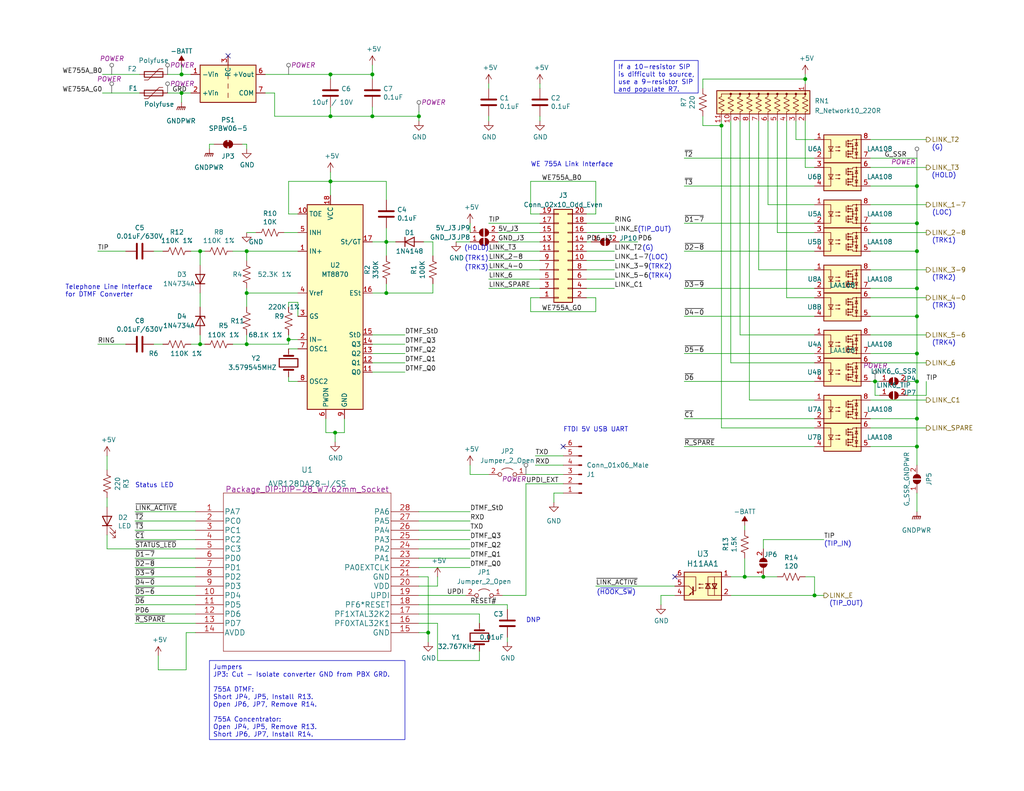
<source format=kicad_sch>
(kicad_sch (version 20231120) (generator "eeschema") (generator_version "8.0")
  (paper "A")
  (title_block (title "WE 755A PBX DTMF Converter") (date "2024-05-27") (rev "4") (company "Howard M. Harte") (comment 1 "https://github.com/hharte/we755a_dtmf"))
  (junction (at 105.41 80.01))
  (junction (at 105.41 66.04))
  (junction (at 101.6 20.32))
  (junction (at 250.19 104.14))
  (junction (at 250.19 60.96))
  (junction (at 91.44 118.11))
  (junction (at 67.31 68.58))
  (junction (at 67.31 93.98))
  (junction (at 78.74 92.71))
  (junction (at 203.2 157.48))
  (junction (at 250.19 86.36))
  (junction (at 116.84 172.72))
  (junction (at 238.76 104.14))
  (junction (at 250.19 114.3))
  (junction (at 90.17 31.75))
  (junction (at 54.61 68.58))
  (junction (at 222.25 162.56))
  (junction (at 196.85 34.29))
  (junction (at 208.28 157.48))
  (junction (at 90.17 49.53))
  (junction (at 250.19 50.8))
  (junction (at 250.19 68.58))
  (junction (at 67.31 80.01))
  (junction (at 90.17 20.32))
  (junction (at 219.71 21.59))
  (junction (at 250.19 96.52))
  (junction (at 49.53 20.32))
  (junction (at 250.19 78.74))
  (junction (at 250.19 121.92))
  (junction (at 101.6 31.75))
  (junction (at 54.61 93.98))
  (junction (at 49.53 25.4))
  (junction (at 114.3 31.75))
  (no_connect (at 184.15 157.48))
  (no_connect (at 62.23 15.24))
  (no_connect (at 153.67 121.92))
  (wire (pts (xy 130.81 170.18) (xy 130.81 167.64)))
  (wire (pts (xy 36.83 165.1) (xy 53.34 165.1)))
  (wire (pts (xy 105.41 77.47) (xy 105.41 80.01)))
  (wire (pts (xy 237.49 73.66) (xy 252.73 73.66)))
  (wire (pts (xy 29.21 128.27) (xy 29.21 124.46)))
  (wire (pts (xy 101.6 80.01) (xy 105.41 80.01)))
  (wire (pts (xy 167.64 63.5) (xy 160.02 63.5)))
  (wire (pts (xy 137.16 162.56) (xy 143.51 162.56)))
  (wire (pts (xy 250.19 68.58) (xy 250.19 60.96)))
  (wire (pts (xy 209.55 55.88) (xy 209.55 33.02)))
  (wire (pts (xy 146.05 127) (xy 153.67 127)))
  (wire (pts (xy 101.6 99.06) (xy 110.49 99.06)))
  (wire (pts (xy 78.74 95.25) (xy 81.28 95.25)))
  (wire (pts (xy 237.49 109.22) (xy 252.73 109.22)))
  (wire (pts (xy 36.83 162.56) (xy 53.34 162.56)))
  (wire (pts (xy 93.98 114.3) (xy 93.98 118.11)))
  (wire (pts (xy 78.74 82.55) (xy 81.28 82.55)))
  (wire (pts (xy 160.02 60.96) (xy 167.64 60.96)))
  (wire (pts (xy 199.39 99.06) (xy 222.25 99.06)))
  (wire (pts (xy 29.21 138.43) (xy 29.21 135.89)))
  (wire (pts (xy 217.17 38.1) (xy 217.17 33.02)))
  (wire (pts (xy 133.35 129.54) (xy 128.27 129.54)))
  (wire (pts (xy 90.17 49.53) (xy 90.17 46.99)))
  (wire (pts (xy 196.85 34.29) (xy 191.77 34.29)))
  (wire (pts (xy 107.95 66.04) (xy 105.41 66.04)))
  (wire (pts (xy 67.31 80.01) (xy 81.28 80.01)))
  (wire (pts (xy 146.05 124.46) (xy 153.67 124.46)))
  (wire (pts (xy 250.19 134.62) (xy 250.19 139.7)))
  (wire (pts (xy 45.72 25.4) (xy 49.53 25.4)))
  (wire (pts (xy 49.53 20.32) (xy 52.07 20.32)))
  (wire (pts (xy 36.83 147.32) (xy 53.34 147.32)))
  (wire (pts (xy 186.69 114.3) (xy 222.25 114.3)))
  (wire (pts (xy 186.69 50.8) (xy 222.25 50.8)))
  (wire (pts (xy 237.49 99.06) (xy 252.73 99.06)))
  (wire (pts (xy 186.69 86.36) (xy 222.25 86.36)))
  (wire (pts (xy 114.3 31.75) (xy 114.3 33.02)))
  (wire (pts (xy 114.3 154.94) (xy 128.27 154.94)))
  (wire (pts (xy 204.47 109.22) (xy 222.25 109.22)))
  (wire (pts (xy 222.25 157.48) (xy 222.25 162.56)))
  (wire (pts (xy 209.55 55.88) (xy 222.25 55.88)))
  (wire (pts (xy 101.6 93.98) (xy 110.49 93.98)))
  (wire (pts (xy 78.74 92.71) (xy 78.74 93.98)))
  (wire (pts (xy 29.21 146.05) (xy 29.21 149.86)))
  (wire (pts (xy 50.8 182.88) (xy 43.18 182.88)))
  (wire (pts (xy 214.63 33.02) (xy 214.63 81.28)))
  (wire (pts (xy 119.38 180.34) (xy 130.81 180.34)))
  (wire (pts (xy 222.25 63.5) (xy 212.09 63.5)))
  (wire (pts (xy 90.17 49.53) (xy 90.17 53.34)))
  (wire (pts (xy 147.32 73.66) (xy 133.35 73.66)))
  (wire (pts (xy 114.3 30.48) (xy 114.3 31.75)))
  (wire (pts (xy 49.53 17.78) (xy 49.53 20.32)))
  (wire (pts (xy 144.78 58.42) (xy 147.32 58.42)))
  (wire (pts (xy 114.3 165.1) (xy 138.43 165.1)))
  (wire (pts (xy 114.3 157.48) (xy 116.84 157.48)))
  (wire (pts (xy 115.57 66.04) (xy 118.11 66.04)))
  (wire (pts (xy 219.71 21.59) (xy 219.71 22.86)))
  (wire (pts (xy 78.74 58.42) (xy 78.74 49.53)))
  (wire (pts (xy 237.49 96.52) (xy 250.19 96.52)))
  (wire (pts (xy 237.49 86.36) (xy 250.19 86.36)))
  (wire (pts (xy 191.77 24.13) (xy 191.77 21.59)))
  (wire (pts (xy 72.39 20.32) (xy 90.17 20.32)))
  (wire (pts (xy 160.02 81.28) (xy 162.56 81.28)))
  (wire (pts (xy 219.71 33.02) (xy 219.71 45.72)))
  (wire (pts (xy 151.13 134.62) (xy 153.67 134.62)))
  (wire (pts (xy 78.74 102.87) (xy 78.74 104.14)))
  (wire (pts (xy 250.19 78.74) (xy 250.19 86.36)))
  (wire (pts (xy 237.49 55.88) (xy 252.73 55.88)))
  (wire (pts (xy 67.31 68.58) (xy 67.31 71.12)))
  (wire (pts (xy 114.3 170.18) (xy 119.38 170.18)))
  (wire (pts (xy 114.3 149.86) (xy 128.27 149.86)))
  (wire (pts (xy 160.02 78.74) (xy 167.64 78.74)))
  (wire (pts (xy 143.51 132.08) (xy 143.51 162.56)))
  (wire (pts (xy 237.49 45.72) (xy 252.73 45.72)))
  (wire (pts (xy 78.74 91.44) (xy 78.74 92.71)))
  (wire (pts (xy 101.6 21.59) (xy 101.6 20.32)))
  (wire (pts (xy 162.56 160.02) (xy 184.15 160.02)))
  (wire (pts (xy 196.85 33.02) (xy 196.85 34.29)))
  (wire (pts (xy 130.81 167.64) (xy 114.3 167.64)))
  (wire (pts (xy 212.09 63.5) (xy 212.09 33.02)))
  (wire (pts (xy 54.61 93.98) (xy 55.88 93.98)))
  (wire (pts (xy 41.91 93.98) (xy 44.45 93.98)))
  (wire (pts (xy 67.31 63.5) (xy 69.85 63.5)))
  (wire (pts (xy 78.74 82.55) (xy 78.74 83.82)))
  (wire (pts (xy 138.43 173.99) (xy 138.43 175.26)))
  (wire (pts (xy 91.44 120.65) (xy 91.44 118.11)))
  (wire (pts (xy 101.6 91.44) (xy 110.49 91.44)))
  (wire (pts (xy 222.25 162.56) (xy 224.79 162.56)))
  (wire (pts (xy 130.81 180.34) (xy 130.81 177.8)))
  (wire (pts (xy 199.39 33.02) (xy 199.39 99.06)))
  (wire (pts (xy 186.69 43.18) (xy 222.25 43.18)))
  (wire (pts (xy 186.69 60.96) (xy 222.25 60.96)))
  (wire (pts (xy 29.21 149.86) (xy 53.34 149.86)))
  (wire (pts (xy 237.49 91.44) (xy 252.73 91.44)))
  (wire (pts (xy 67.31 40.64) (xy 67.31 39.37)))
  (wire (pts (xy 147.32 68.58) (xy 133.35 68.58)))
  (wire (pts (xy 67.31 39.37) (xy 66.04 39.37)))
  (wire (pts (xy 240.03 107.95) (xy 238.76 107.95)))
  (wire (pts (xy 77.47 63.5) (xy 81.28 63.5)))
  (wire (pts (xy 151.13 137.16) (xy 151.13 134.62)))
  (wire (pts (xy 54.61 68.58) (xy 55.88 68.58)))
  (wire (pts (xy 116.84 157.48) (xy 116.84 172.72)))
  (wire (pts (xy 186.69 78.74) (xy 222.25 78.74)))
  (wire (pts (xy 36.83 160.02) (xy 53.34 160.02)))
  (wire (pts (xy 53.34 172.72) (xy 50.8 172.72)))
  (wire (pts (xy 52.07 68.58) (xy 54.61 68.58)))
  (wire (pts (xy 167.64 68.58) (xy 160.02 68.58)))
  (wire (pts (xy 219.71 20.32) (xy 219.71 21.59)))
  (wire (pts (xy 207.01 73.66) (xy 207.01 33.02)))
  (wire (pts (xy 114.3 139.7) (xy 128.27 139.7)))
  (wire (pts (xy 237.49 68.58) (xy 250.19 68.58)))
  (wire (pts (xy 124.46 66.04) (xy 128.27 66.04)))
  (wire (pts (xy 167.64 73.66) (xy 160.02 73.66)))
  (wire (pts (xy 138.43 165.1) (xy 138.43 166.37)))
  (wire (pts (xy 36.83 154.94) (xy 53.34 154.94)))
  (wire (pts (xy 119.38 170.18) (xy 119.38 180.34)))
  (wire (pts (xy 36.83 167.64) (xy 53.34 167.64)))
  (wire (pts (xy 237.49 60.96) (xy 250.19 60.96)))
  (wire (pts (xy 54.61 91.44) (xy 54.61 93.98)))
  (wire (pts (xy 67.31 93.98) (xy 78.74 93.98)))
  (wire (pts (xy 74.93 31.75) (xy 74.93 25.4)))
  (wire (pts (xy 250.19 96.52) (xy 250.19 104.14)))
  (wire (pts (xy 237.49 63.5) (xy 252.73 63.5)))
  (wire (pts (xy 63.5 68.58) (xy 67.31 68.58)))
  (wire (pts (xy 167.64 71.12) (xy 160.02 71.12)))
  (wire (pts (xy 250.19 121.92) (xy 250.19 127)))
  (wire (pts (xy 105.41 66.04) (xy 105.41 62.23)))
  (wire (pts (xy 105.41 54.61) (xy 105.41 49.53)))
  (wire (pts (xy 114.3 144.78) (xy 128.27 144.78)))
  (wire (pts (xy 237.49 121.92) (xy 250.19 121.92)))
  (wire (pts (xy 90.17 31.75) (xy 74.93 31.75)))
  (wire (pts (xy 78.74 92.71) (xy 81.28 92.71)))
  (wire (pts (xy 214.63 81.28) (xy 222.25 81.28)))
  (wire (pts (xy 208.28 157.48) (xy 212.09 157.48)))
  (wire (pts (xy 67.31 93.98) (xy 67.31 91.44)))
  (wire (pts (xy 57.15 40.64) (xy 57.15 39.37)))
  (wire (pts (xy 167.64 76.2) (xy 160.02 76.2)))
  (wire (pts (xy 237.49 78.74) (xy 250.19 78.74)))
  (wire (pts (xy 250.19 50.8) (xy 250.19 60.96)))
  (wire (pts (xy 36.83 170.18) (xy 53.34 170.18)))
  (wire (pts (xy 36.83 139.7) (xy 53.34 139.7)))
  (wire (pts (xy 45.72 20.32) (xy 49.53 20.32)))
  (wire (pts (xy 36.83 157.48) (xy 53.34 157.48)))
  (wire (pts (xy 49.53 25.4) (xy 52.07 25.4)))
  (wire (pts (xy 208.28 149.86) (xy 208.28 147.32)))
  (wire (pts (xy 180.34 162.56) (xy 184.15 162.56)))
  (wire (pts (xy 147.32 60.96) (xy 133.35 60.96)))
  (wire (pts (xy 201.93 91.44) (xy 222.25 91.44)))
  (wire (pts (xy 81.28 58.42) (xy 78.74 58.42)))
  (wire (pts (xy 57.15 39.37) (xy 58.42 39.37)))
  (wire (pts (xy 247.65 104.14) (xy 250.19 104.14)))
  (wire (pts (xy 237.49 81.28) (xy 252.73 81.28)))
  (wire (pts (xy 38.1 20.32) (xy 27.94 20.32)))
  (wire (pts (xy 50.8 172.72) (xy 50.8 182.88)))
  (wire (pts (xy 36.83 152.4) (xy 53.34 152.4)))
  (wire (pts (xy 219.71 45.72) (xy 222.25 45.72)))
  (wire (pts (xy 34.29 68.58) (xy 26.67 68.58)))
  (wire (pts (xy 114.3 147.32) (xy 128.27 147.32)))
  (wire (pts (xy 147.32 31.75) (xy 147.32 33.02)))
  (wire (pts (xy 237.49 104.14) (xy 238.76 104.14)))
  (wire (pts (xy 203.2 143.51) (xy 203.2 144.78)))
  (wire (pts (xy 93.98 118.11) (xy 91.44 118.11)))
  (wire (pts (xy 90.17 29.21) (xy 90.17 31.75)))
  (wire (pts (xy 74.93 25.4) (xy 72.39 25.4)))
  (wire (pts (xy 186.69 68.58) (xy 222.25 68.58)))
  (wire (pts (xy 101.6 96.52) (xy 110.49 96.52)))
  (wire (pts (xy 133.35 31.75) (xy 133.35 33.02)))
  (wire (pts (xy 135.89 66.04) (xy 147.32 66.04)))
  (wire (pts (xy 204.47 33.02) (xy 204.47 109.22)))
  (wire (pts (xy 250.19 78.74) (xy 250.19 68.58)))
  (wire (pts (xy 147.32 76.2) (xy 133.35 76.2)))
  (wire (pts (xy 203.2 152.4) (xy 203.2 157.48)))
  (wire (pts (xy 250.19 114.3) (xy 250.19 121.92)))
  (wire (pts (xy 162.56 81.28) (xy 162.56 85.09)))
  (wire (pts (xy 105.41 80.01) (xy 118.11 80.01)))
  (wire (pts (xy 162.56 58.42) (xy 162.56 49.53)))
  (wire (pts (xy 114.3 142.24) (xy 128.27 142.24)))
  (wire (pts (xy 128.27 129.54) (xy 128.27 127)))
  (wire (pts (xy 144.78 85.09) (xy 162.56 85.09)))
  (wire (pts (xy 78.74 49.53) (xy 90.17 49.53)))
  (wire (pts (xy 52.07 93.98) (xy 54.61 93.98)))
  (wire (pts (xy 36.83 144.78) (xy 53.34 144.78)))
  (wire (pts (xy 208.28 147.32) (xy 224.79 147.32)))
  (wire (pts (xy 54.61 83.82) (xy 54.61 80.01)))
  (wire (pts (xy 168.91 66.04) (xy 173.99 66.04)))
  (wire (pts (xy 67.31 78.74) (xy 67.31 80.01)))
  (wire (pts (xy 67.31 68.58) (xy 81.28 68.58)))
  (wire (pts (xy 144.78 85.09) (xy 144.78 81.28)))
  (wire (pts (xy 116.84 172.72) (xy 116.84 175.26)))
  (wire (pts (xy 180.34 165.1) (xy 180.34 162.56)))
  (wire (pts (xy 90.17 20.32) (xy 101.6 20.32)))
  (wire (pts (xy 160.02 58.42) (xy 162.56 58.42)))
  (wire (pts (xy 114.3 172.72) (xy 116.84 172.72)))
  (wire (pts (xy 90.17 20.32) (xy 90.17 21.59)))
  (wire (pts (xy 250.19 104.14) (xy 250.19 114.3)))
  (wire (pts (xy 114.3 160.02) (xy 119.38 160.02)))
  (wire (pts (xy 119.38 160.02) (xy 119.38 157.48)))
  (wire (pts (xy 217.17 38.1) (xy 222.25 38.1)))
  (wire (pts (xy 196.85 34.29) (xy 196.85 116.84)))
  (wire (pts (xy 143.51 132.08) (xy 153.67 132.08)))
  (wire (pts (xy 250.19 50.8) (xy 250.19 43.18)))
  (wire (pts (xy 63.5 93.98) (xy 67.31 93.98)))
  (wire (pts (xy 81.28 82.55) (xy 81.28 86.36)))
  (wire (pts (xy 147.32 78.74) (xy 133.35 78.74)))
  (wire (pts (xy 101.6 31.75) (xy 114.3 31.75)))
  (wire (pts (xy 114.3 152.4) (xy 128.27 152.4)))
  (wire (pts (xy 114.3 162.56) (xy 127 162.56)))
  (wire (pts (xy 237.49 38.1) (xy 252.73 38.1)))
  (wire (pts (xy 90.17 31.75) (xy 101.6 31.75)))
  (wire (pts (xy 238.76 104.14) (xy 240.03 104.14)))
  (wire (pts (xy 101.6 101.6) (xy 110.49 101.6)))
  (wire (pts (xy 54.61 72.39) (xy 54.61 68.58)))
  (wire (pts (xy 101.6 66.04) (xy 105.41 66.04)))
  (wire (pts (xy 133.35 24.13) (xy 133.35 22.86)))
  (wire (pts (xy 250.19 43.18) (xy 237.49 43.18)))
  (wire (pts (xy 237.49 116.84) (xy 252.73 116.84)))
  (wire (pts (xy 91.44 118.11) (xy 88.9 118.11)))
  (wire (pts (xy 237.49 50.8) (xy 250.19 50.8)))
  (wire (pts (xy 41.91 68.58) (xy 44.45 68.58)))
  (wire (pts (xy 147.32 24.13) (xy 147.32 22.86)))
  (wire (pts (xy 199.39 162.56) (xy 222.25 162.56)))
  (wire (pts (xy 118.11 66.04) (xy 118.11 69.85)))
  (wire (pts (xy 118.11 80.01) (xy 118.11 77.47)))
  (wire (pts (xy 27.94 25.4) (xy 38.1 25.4)))
  (wire (pts (xy 144.78 49.53) (xy 144.78 58.42)))
  (wire (pts (xy 191.77 34.29) (xy 191.77 31.75)))
  (wire (pts (xy 105.41 49.53) (xy 90.17 49.53)))
  (wire (pts (xy 143.51 129.54) (xy 153.67 129.54)))
  (wire (pts (xy 238.76 107.95) (xy 238.76 104.14)))
  (wire (pts (xy 144.78 81.28) (xy 147.32 81.28)))
  (wire (pts (xy 26.67 93.98) (xy 34.29 93.98)))
  (wire (pts (xy 191.77 21.59) (xy 219.71 21.59)))
  (wire (pts (xy 147.32 71.12) (xy 133.35 71.12)))
  (wire (pts (xy 105.41 69.85) (xy 105.41 66.04)))
  (wire (pts (xy 128.27 60.96) (xy 128.27 63.5)))
  (wire (pts (xy 67.31 80.01) (xy 67.31 83.82)))
  (wire (pts (xy 186.69 104.14) (xy 222.25 104.14)))
  (wire (pts (xy 201.93 33.02) (xy 201.93 91.44)))
  (wire (pts (xy 36.83 142.24) (xy 53.34 142.24)))
  (wire (pts (xy 196.85 116.84) (xy 222.25 116.84)))
  (wire (pts (xy 203.2 157.48) (xy 208.28 157.48)))
  (wire (pts (xy 252.73 104.14) (xy 252.73 107.95)))
  (wire (pts (xy 135.89 63.5) (xy 147.32 63.5)))
  (wire (pts (xy 186.69 96.52) (xy 222.25 96.52)))
  (wire (pts (xy 207.01 73.66) (xy 222.25 73.66)))
  (wire (pts (xy 219.71 157.48) (xy 222.25 157.48)))
  (wire (pts (xy 199.39 157.48) (xy 203.2 157.48)))
  (wire (pts (xy 101.6 20.32) (xy 101.6 17.78)))
  (wire (pts (xy 237.49 114.3) (xy 250.19 114.3)))
  (wire (pts (xy 88.9 118.11) (xy 88.9 114.3)))
  (wire (pts (xy 49.53 25.4) (xy 49.53 27.94)))
  (wire (pts (xy 144.78 49.53) (xy 162.56 49.53)))
  (wire (pts (xy 186.69 121.92) (xy 222.25 121.92)))
  (wire (pts (xy 78.74 104.14) (xy 81.28 104.14)))
  (wire (pts (xy 247.65 107.95) (xy 252.73 107.95)))
  (wire (pts (xy 101.6 29.21) (xy 101.6 31.75)))
  (wire (pts (xy 250.19 86.36) (xy 250.19 96.52)))
  (wire (pts (xy 160.02 66.04) (xy 161.29 66.04)))
  (wire (pts (xy 43.18 179.07) (xy 43.18 182.88)))
  (text_box "If a 10-resistor SIP is difficult to source, use a 9-resistor SIP and populate R7." (at 167.64 16.51 0) (size 22.86 8.89) (effects (font (size 1.27 1.27)) (justify left top)))
  (text_box "Jumpers\nJP3: Cut - Isolate converter GND from PBX GRD.\n\n755A DTMF:\nShort JP4, JP5, Install R13.\nOpen JP6, JP7, Remove R14.\n\n755A Concentrator:\nOpen JP4, JP5, Remove R13.\nShort JP6, JP7, Install R14." (at 57.15 180.34 0) (size 53.34 21.59) (effects (font (size 1.27 1.27)) (justify left top)))
  (text "(HOLD)" (at 130.048 67.818 0) (effects (font (size 1.27 1.27))))
  (text "FTDI 5V USB UART" (at 153.67 118.11 0) (effects (font (size 1.27 1.27)) (justify left bottom)))
  (text "Status LED\n" (at 36.83 133.35 0) (effects (font (size 1.27 1.27)) (justify left bottom)))
  (text "(~{HOOK_SW})" (at 168.148 161.798 0) (effects (font (size 1.27 1.27))))
  (text "(TIP_OUT)" (at 230.886 164.846 0) (effects (font (size 1.27 1.27))))
  (text "(TRK2)" (at 257.556 75.946 0) (effects (font (size 1.27 1.27))))
  (text "(TIP_OUT)" (at 178.562 62.738 0) (effects (font (size 1.27 1.27))))
  (text "(TRK4)" (at 257.556 93.726 0) (effects (font (size 1.27 1.27))))
  (text "WE 755A Link Interface" (at 144.78 45.72 0) (effects (font (size 1.27 1.27)) (justify left bottom)))
  (text "(TIP_IN)" (at 228.6 148.59 0) (effects (font (size 1.27 1.27))))
  (text "(G)" (at 255.778 40.386 0) (effects (font (size 1.27 1.27))))
  (text "(TRK1)" (at 130.048 70.612 0) (effects (font (size 1.27 1.27))))
  (text "DNP" (at 143.51 170.18 0) (effects (font (size 1.27 1.27)) (justify left bottom)))
  (text "(TRK1)" (at 257.556 65.786 0) (effects (font (size 1.27 1.27))))
  (text "Telephone Line Interface\nfor DTMF Converter" (at 17.78 81.28 0) (effects (font (size 1.27 1.27)) (justify left bottom)))
  (text "(LOC)" (at 179.578 70.358 0) (effects (font (size 1.27 1.27))))
  (text "(TRK3)" (at 257.556 83.566 0) (effects (font (size 1.27 1.27))))
  (text "(LOC)" (at 257.048 58.166 0) (effects (font (size 1.27 1.27))))
  (text "(TRK2)" (at 180.086 72.898 0) (effects (font (size 1.27 1.27))))
  (text "(TRK4)" (at 180.086 75.438 0) (effects (font (size 1.27 1.27))))
  (text "(TRK3)" (at 130.048 73.152 0) (effects (font (size 1.27 1.27))))
  (text "(G)" (at 176.784 67.818 0) (effects (font (size 1.27 1.27))))
  (text "(HOLD)" (at 257.556 48.006 0) (effects (font (size 1.27 1.27))))
  (label "LINK_3-9" (at 167.64 73.66 0))
  (label "~{T3}" (at 36.83 144.78 0))
  (label "~{C1}" (at 186.69 114.3 0))
  (label "RESET#" (at 128.27 165.1 0))
  (label "DTMF_Q2" (at 128.27 149.86 0))
  (label "DTMF_Q0" (at 110.49 101.6 0))
  (label "DTMF_Q0" (at 128.27 154.94 0))
  (label "~{D6}" (at 186.69 104.14 0))
  (label "LINK_1-7" (at 167.64 71.12 0))
  (label "RXD" (at 128.27 142.24 0))
  (label "LINK_T2" (at 167.64 68.58 0))
  (label "LINK_6" (at 133.35 76.2 0))
  (label "PD6" (at 36.83 167.64 0))
  (label "~{T3}" (at 186.69 50.8 0))
  (label "~{R_SPARE}" (at 36.83 170.18 0))
  (label "~{D2-8}" (at 36.83 154.94 0))
  (label "TIP" (at 224.79 147.32 0))
  (label "DTMF_Q3" (at 110.49 93.98 0))
  (label "RING" (at 167.64 60.96 0))
  (label "DTMF_Q1" (at 128.27 152.4 0))
  (label "RING" (at 26.67 93.98 0))
  (label "PD6_J3" (at 160.02 66.04 0))
  (label "~{R_SPARE}" (at 186.69 121.92 0))
  (label "~{C1}" (at 36.83 147.32 0))
  (label "~{D2-8}" (at 186.69 68.58 0))
  (label "LINK_SPARE" (at 133.35 78.74 0))
  (label "DTMF_StD" (at 128.27 139.7 0))
  (label "DTMF_StD" (at 110.49 91.44 0))
  (label "LINK_2-8" (at 133.35 71.12 0))
  (label "DTMF_Q3" (at 128.27 147.32 0))
  (label "~{STATUS_LED}" (at 36.83 149.86 0))
  (label "TIP" (at 133.35 60.96 0))
  (label "UPDI" (at 121.92 162.56 0))
  (label "GND_J3" (at 135.89 66.04 0))
  (label "LINK_T3" (at 133.35 68.58 0))
  (label "~{LINK_ACTIVE}" (at 162.56 160.02 0))
  (label "DTMF_Q2" (at 110.49 96.52 0))
  (label "~{D4-0}" (at 186.69 86.36 0))
  (label "5V_J3" (at 135.89 63.5 0))
  (label "LINK_4-0" (at 133.35 73.66 0))
  (label "~{D5-6}" (at 36.83 162.56 0))
  (label "~{T2}" (at 186.69 43.18 0))
  (label "DTMF_Q1" (at 110.49 99.06 0))
  (label "WE755A_B0" (at 158.75 49.53 180))
  (label "UPDI_EXT" (at 143.51 132.08 0))
  (label "~{D1-7}" (at 36.83 152.4 0))
  (label "WE755A_B0" (at 27.94 20.32 180))
  (label "LINK_E" (at 167.64 63.5 0))
  (label "~{D3-9}" (at 186.69 78.74 0))
  (label "TIP" (at 26.67 68.58 0))
  (label "~{D5-6}" (at 186.69 96.52 0))
  (label "~{D4-0}" (at 36.83 160.02 0))
  (label "PD6" (at 173.99 66.04 0))
  (label "TXD" (at 146.05 124.46 0))
  (label "~{T2}" (at 36.83 142.24 0))
  (label "~{D1-7}" (at 186.69 60.96 0))
  (label "TIP" (at 252.73 104.14 0))
  (label "WE755A_G0" (at 158.75 85.09 180))
  (label "G_SSR" (at 241.3 43.18 0))
  (label "~{LINK_ACTIVE}" (at 36.83 139.7 0))
  (label "~{D3-9}" (at 36.83 157.48 0))
  (label "~{D6}" (at 36.83 165.1 0))
  (label "WE755A_G0" (at 27.94 25.4 180))
  (label "LINK_5-6" (at 167.64 76.2 0))
  (label "LINK_C1" (at 167.64 78.74 0))
  (label "RXD" (at 146.05 127 0))
  (label "GRD" (at 46.99 25.4 0))
  (label "TXD" (at 128.27 144.78 0))
  (hierarchical_label "LINK_C1" (shape output) (at 252.73 109.22 0))
  (hierarchical_label "LINK_6" (shape output) (at 252.73 99.06 0))
  (hierarchical_label "LINK_1-7" (shape output) (at 252.73 55.88 0))
  (hierarchical_label "LINK_T2" (shape output) (at 252.73 38.1 0))
  (hierarchical_label "LINK_5-6" (shape output) (at 252.73 91.44 0))
  (hierarchical_label "LINK_3-9" (shape output) (at 252.73 73.66 0))
  (hierarchical_label "LINK_T3" (shape output) (at 252.73 45.72 0))
  (hierarchical_label "LINK_2-8" (shape output) (at 252.73 63.5 0))
  (hierarchical_label "LINK_4-0" (shape output) (at 252.73 81.28 0))
  (hierarchical_label "LINK_E" (shape output) (at 224.79 162.56 0))
  (hierarchical_label "LINK_SPARE" (shape output) (at 252.73 116.84 0))
  (netclass_flag "" (length 2.54) (shape round) (at 30.48 20.32 0) (property "Netclass" "POWER" (at 27.178 16.002 0) (effects (font (italic yes)) (justify left))))
  (netclass_flag "" (length 2.54) (shape round) (at 143.51 129.54 0) (property "Netclass" "POWER" (at 136.906 130.81 0) (effects (font (italic yes)) (justify left))))
  (netclass_flag "" (length 2.54) (shape round) (at 250.19 43.18 0) (property "Netclass" "POWER" (at 243.078 44.196 0) (effects (font (italic yes)) (justify left))))
  (netclass_flag "" (length 2.54) (shape round) (at 45.72 25.4 0) (property "Netclass" "POWER" (at 46.3296 22.86 0) (effects (font (italic yes)) (justify left))))
  (netclass_flag "" (length 2.54) (shape round) (at 45.72 20.32 0) (property "Netclass" "POWER" (at 46.3296 17.78 0) (effects (font (italic yes)) (justify left))))
  (netclass_flag "" (length 2.54) (shape round) (at 238.76 104.14 0) (property "Netclass" "POWER" (at 235.458 99.822 0) (effects (font (italic yes)) (justify left))))
  (netclass_flag "" (length 2.54) (shape round) (at 78.74 20.32 0) (property "Netclass" "POWER" (at 79.3496 17.78 0) (effects (font (italic yes)) (justify left))))
  (netclass_flag "" (length 2.54) (shape round) (at 30.48 25.4 0) (property "Netclass" "POWER" (at 26.416 21.59 0) (effects (font (italic yes)) (justify left))))
  (netclass_flag "" (length 2.54) (shape round) (at 114.3 30.48 0) (property "Netclass" "POWER" (at 114.9096 27.94 0) (effects (font (italic yes)) (justify left))))
  (symbol (lib_id "Relay_SolidState:LAA110") (at 229.87 76.2 0) (unit 1)
    (property "Reference" "U8" (at 222.25 76.2 0))
    (property "Value" "LAA108" (at 240.03 76.2 0))
    (property "Footprint" "Package_DIP:DIP-8_W7.62mm" (effects (hide yes)))
    (property "Datasheet" "http://www.clare.com/home/pdfs.nsf/www/LAA110.pdf/$file/LAA110.pdf" (effects (hide yes)))
    (property "MPN" "LAA108" (effects (hide yes)))
    (property "Digi-Key_PN" "LAA108-ND" (effects (hide yes)))
  )
  (symbol (lib_id "Device:R_US") (at 48.26 93.98 270) (unit 1)
    (property "Reference" "R6" (at 41.91 96.52 90))
    (property "Value" "110K 1%" (at 50.8 96.52 90))
    (property "Footprint" "Resistor_THT:R_Axial_DIN0207_L6.3mm_D2.5mm_P7.62mm_Horizontal" (effects (hide yes)))
    (property "Digi-Key_PN" "110KXBK-ND" (effects (hide yes)))
    (property "MPN" "MFR-25FBF52-110K" (effects (hide yes)))
  )
  (symbol (lib_id "Device:R_US") (at 203.2 148.59 0) (unit 1)
    (property "Reference" "R13" (at 197.993 148.59 90))
    (property "Value" "1.5K" (at 200.3044 148.59 90))
    (property "Footprint" "Resistor_THT:R_Axial_DIN0207_L6.3mm_D2.5mm_P7.62mm_Horizontal" (effects (hide yes)))
    (property "MPN" "CFM12JT1K50" (effects (hide yes)))
    (property "Digi-Key_PN" "S1.5KHCT-ND" (effects (hide yes)))
  )
  (symbol (lib_id "power:GND") (at 67.31 40.64 0) (unit 1)
    (property "Reference" "#PWR016" (effects (hide yes)))
    (property "Value" "GND" (at 67.437 45.0342 0))
  )
  (symbol (lib_id "Relay_SolidState:LAA110") (at 229.87 101.6 0) (unit 2)
    (property "Reference" "U4" (at 222.25 101.6 0))
    (property "Value" "LAA108" (at 229.87 95.6564 0))
    (property "Footprint" "Package_DIP:DIP-8_W7.62mm" (effects (hide yes)))
    (property "Datasheet" "http://www.clare.com/home/pdfs.nsf/www/LAA110.pdf/$file/LAA110.pdf" (effects (hide yes)))
    (property "MPN" "LAA108" (effects (hide yes)))
    (property "Digi-Key_PN" "LAA108-ND" (effects (hide yes)))
  )
  (symbol (lib_id "Device:R_US") (at 59.69 93.98 270) (unit 1)
    (property "Reference" "R5" (at 60.96 88.9 90))
    (property "Value" "110K 1%" (at 60.96 91.44 90))
    (property "Footprint" "Resistor_THT:R_Axial_DIN0207_L6.3mm_D2.5mm_P7.62mm_Horizontal" (effects (hide yes)))
    (property "Digi-Key_PN" "110KXBK-ND" (effects (hide yes)))
    (property "MPN" "MFR-25FBF52-110K" (effects (hide yes)))
  )
  (symbol (lib_id "Connector:Conn_01x06_Male") (at 158.75 129.54 180) (unit 1)
    (property "Reference" "J1" (at 160.02 129.54 0) (effects (justify right)))
    (property "Value" "Conn_01x06_Male" (at 160.02 127.0001 0) (effects (justify right)))
    (property "Footprint" "Connector_PinHeader_2.54mm:PinHeader_1x06_P2.54mm_Horizontal" (effects (hide yes)))
    (property "MPN" "61300611021" (effects (hide yes)))
    (property "Digi-Key_PN" "732-5339-ND" (effects (hide yes)))
  )
  (symbol (lib_id "Device:D_Zener") (at 54.61 87.63 270) (unit 1)
    (property "Reference" "D4" (at 48.26 86.36 90) (effects (justify left)))
    (property "Value" "1N4734A" (at 44.45 88.9 90) (effects (justify left)))
    (property "Footprint" "Diode_THT:D_DO-41_SOD81_P7.62mm_Horizontal" (effects (hide yes)))
    (property "Digi-Key_PN" "1N4734A-T50ACT-ND" (effects (hide yes)))
    (property "MPN" "1N4734A-T50A" (effects (hide yes)))
  )
  (symbol (lib_id "Jumper:SolderJumper_2_Open") (at 208.28 153.67 90) (unit 1) (in_bom no)
    (property "Reference" "JP6" (at 210.312 151.384 90))
    (property "Value" "TIP_IN" (effects (hide yes)))
    (property "Footprint" "Jumper:SolderJumper-2_P1.3mm_Open_Pad1.0x1.5mm" (effects (hide yes)))
  )
  (symbol (lib_id "Device:LED") (at 29.21 142.24 90) (unit 1)
    (property "Reference" "D2" (at 32.1818 141.2748 90) (effects (justify right)))
    (property "Value" "LED" (at 32.1818 143.5862 90) (effects (justify right)))
    (property "Footprint" "LED_THT:LED_D5.0mm" (effects (hide yes)))
    (property "Digi-Key_PN" "1497-1031-ND" (effects (hide yes)))
    (property "MPN" "XLUR12D" (effects (hide yes)))
  )
  (symbol (lib_id "Jumper:SolderJumper_2_Open") (at 243.84 104.14 0) (unit 1) (in_bom no)
    (property "Reference" "JP4" (at 248.158 103.378 0))
    (property "Value" "LINK6_G_SSR" (at 243.84 101.346 0))
    (property "Footprint" "Jumper:SolderJumper-2_P1.3mm_Open_Pad1.0x1.5mm" (effects (hide yes)))
  )
  (symbol (lib_id "power:+5V") (at 219.71 20.32 0) (unit 1)
    (property "Reference" "#PWR028" (effects (hide yes)))
    (property "Value" "+5V" (at 220.091 15.9258 0))
  )
  (symbol (lib_id "Device:C") (at 105.41 58.42 180) (unit 1)
    (property "Reference" "C4" (at 108.331 57.2516 0) (effects (justify right)))
    (property "Value" "0.1uF" (at 108.331 59.563 0) (effects (justify right)))
    (property "Footprint" "Capacitor_THT:C_Disc_D3.0mm_W2.0mm_P2.50mm" (effects (hide yes)))
    (property "MPN" "K104M15X7RF5TL2" (effects (hide yes)))
    (property "Digi-Key_PN" "56-K104M15X7RF5TL2CT-ND" (effects (hide yes)))
  )
  (symbol (lib_id "Device:D_Zener") (at 54.61 76.2 90) (unit 1)
    (property "Reference" "D3" (at 48.26 74.93 90) (effects (justify right)))
    (property "Value" "1N4734A" (at 44.45 77.47 90) (effects (justify right)))
    (property "Footprint" "Diode_THT:D_DO-41_SOD81_P7.62mm_Horizontal" (effects (hide yes)))
    (property "Digi-Key_PN" "1N4734A-T50ACT-ND" (effects (hide yes)))
    (property "MPN" "1N4734A-T50A" (effects (hide yes)))
  )
  (symbol (lib_id "power:GND") (at 67.31 63.5 0) (unit 1)
    (property "Reference" "#PWR01" (effects (hide yes)))
    (property "Value" "GND" (at 69.85 66.04 0))
  )
  (symbol (lib_id "Jumper:SolderJumper_2_Open") (at 243.84 107.95 0) (unit 1) (in_bom no)
    (property "Reference" "JP7" (at 248.158 107.188 0))
    (property "Value" "LINK6_TIP" (at 243.84 105.156 0))
    (property "Footprint" "Jumper:SolderJumper-2_P1.3mm_Open_Pad1.0x1.5mm" (effects (hide yes)))
  )
  (symbol (lib_id "power:+5V") (at 90.17 46.99 0) (unit 1)
    (property "Reference" "#PWR02" (effects (hide yes)))
    (property "Value" "+5V" (at 90.551 42.5958 0))
  )
  (symbol (lib_id "power:GND") (at 133.35 33.02 0) (unit 1)
    (property "Reference" "#PWR06" (effects (hide yes)))
    (property "Value" "GND" (at 133.477 37.4142 0))
  )
  (symbol (lib_id "power:GNDPWR") (at 57.15 40.64 0) (unit 1)
    (property "Reference" "#PWR012" (effects (hide yes)))
    (property "Value" "GNDPWR" (at 57.023 45.72 0))
  )
  (symbol (lib_id "power:+5V") (at 133.35 22.86 0) (unit 1)
    (property "Reference" "#PWR05" (effects (hide yes)))
    (property "Value" "+5V" (at 133.731 18.4658 0))
  )
  (symbol (lib_id "Jumper:SolderJumper_2_Open") (at 250.19 130.81 90) (unit 1) (in_bom no)
    (property "Reference" "JP5" (at 253.473 130.81 0))
    (property "Value" "G_SSR_GNDPWR" (at 247.396 130.81 0))
    (property "Footprint" "Jumper:SolderJumper-2_P1.3mm_Open_Pad1.0x1.5mm" (effects (hide yes)))
  )
  (symbol (lib_id "Jumper:SolderJumper_2_Bridged") (at 62.23 39.37 0) (unit 1) (exclude_from_sim yes) (in_bom no)
    (property "Reference" "JP3" (at 62.23 42.653 0))
    (property "Value" "GRD_TIE" (effects (hide yes)))
    (property "Footprint" "Jumper:SolderJumper-2_P1.3mm_Bridged_Pad1.0x1.5mm" (effects (hide yes)))
    (property "Description" "Solder Jumper, 2-pole, closed/bridged" (effects (hide yes)))
  )
  (symbol (lib_id "power:GNDPWR") (at 250.19 139.7 0) (unit 1)
    (property "Reference" "#PWR026" (effects (hide yes)))
    (property "Value" "GNDPWR" (at 250.063 144.78 0))
  )
  (symbol (lib_id "Isolator:H11AA1") (at 191.77 160.02 0) (mirror y) (unit 1)
    (property "Reference" "U3" (at 191.77 151.2062 0) (effects (font (size 1.524 1.524))))
    (property "Value" "H11AA1" (at 191.77 153.8986 0) (effects (font (size 1.524 1.524))))
    (property "Footprint" "Package_DIP:DIP-6_W7.62mm" (effects (hide yes)))
    (property "Datasheet" "http://www.onsemi.com/pub/Collateral/H11AA4M-D.pdf" (effects (hide yes)))
    (property "Description" "OPTOISO 4.17KV TRANS W/BASE 6DIP" (effects (hide yes)))
    (property "Digi-Key_PN" "H11AA1M-ND" (effects (hide yes)))
    (property "MPN" "H11AA1" (effects (hide yes)))
    (property "Category" "Isolators" (effects (hide yes)))
    (property "Family" "Optoisolators - Transistor, Photovoltaic Output" (effects (hide yes)))
    (property "DK_Datasheet_Link" "http://www.onsemi.com/pub/Collateral/H11AA4M-D.pdf" (effects (hide yes)))
    (property "DK_Detail_Page" "https://www.digikey.com/product-detail/en/on-semiconductor/H11AA1M/H11AA1M-ND/1053602" (effects (hide yes)))
    (property "Manufacturer" "ON Semiconductor" (effects (hide yes)))
    (property "Status" "Active" (effects (hide yes)))
  )
  (symbol (lib_id "Jumper:SolderJumper_2_Open") (at 132.08 66.04 0) (unit 1) (in_bom no)
    (property "Reference" "JP8" (at 126.492 64.77 0))
    (property "Value" "GND_J3" (at 120.904 64.77 0))
    (property "Footprint" "Jumper:SolderJumper-2_P1.3mm_Open_Pad1.0x1.5mm" (effects (hide yes)))
  )
  (symbol (lib_id "Relay_SolidState:LAA110") (at 229.87 48.26 0) (unit 2)
    (property "Reference" "U6" (at 222.25 48.26 0))
    (property "Value" "LAA108" (at 240.03 48.26 0))
    (property "Footprint" "Package_DIP:DIP-8_W7.62mm" (effects (hide yes)))
    (property "Datasheet" "http://www.clare.com/home/pdfs.nsf/www/LAA110.pdf/$file/LAA110.pdf" (effects (hide yes)))
    (property "Digi-Key_PN" "LAA108-ND" (effects (hide yes)))
    (property "MPN" "LAA108" (effects (hide yes)))
  )
  (symbol (lib_id "Relay_SolidState:LAA110") (at 229.87 119.38 0) (unit 2)
    (property "Reference" "U7" (at 222.25 119.38 0))
    (property "Value" "LAA108" (at 240.03 119.38 0))
    (property "Footprint" "Package_DIP:DIP-8_W7.62mm" (effects (hide yes)))
    (property "Datasheet" "http://www.clare.com/home/pdfs.nsf/www/LAA110.pdf/$file/LAA110.pdf" (effects (hide yes)))
    (property "MPN" "LAA108" (effects (hide yes)))
    (property "Digi-Key_PN" "LAA108-ND" (effects (hide yes)))
  )
  (symbol (lib_id "Device:R_US") (at 48.26 68.58 270) (unit 1)
    (property "Reference" "R12" (at 48.26 63.373 90))
    (property "Value" "110K 1%" (at 48.26 65.6844 90))
    (property "Footprint" "Resistor_THT:R_Axial_DIN0207_L6.3mm_D2.5mm_P7.62mm_Horizontal" (effects (hide yes)))
    (property "Digi-Key_PN" "110KXBK-ND" (effects (hide yes)))
    (property "MPN" "MFR-25FBF52-110K" (effects (hide yes)))
  )
  (symbol (lib_id "Jumper:SolderJumper_2_Open") (at 132.08 63.5 0) (unit 1) (in_bom no)
    (property "Reference" "JP9" (at 126.492 62.23 0))
    (property "Value" "5V_J3" (at 121.666 62.23 0))
    (property "Footprint" "Jumper:SolderJumper-2_P1.3mm_Open_Pad1.0x1.5mm" (effects (hide yes)))
  )
  (symbol (lib_id "Device:C") (at 147.32 27.94 0) (unit 1)
    (property "Reference" "C2" (at 150.241 26.7716 0) (effects (justify left)))
    (property "Value" "0.1uF" (at 150.241 29.083 0) (effects (justify left)))
    (property "Footprint" "Capacitor_THT:C_Disc_D3.0mm_W2.0mm_P2.50mm" (effects (hide yes)))
    (property "Datasheet" "https://www.digikey.com/product-detail/en/vishay-bc-components/K104Z15Y5VE5TL2/BC1148CT-ND/286770" (effects (hide yes)))
    (property "MPN" "K104M15X7RF5TL2" (effects (hide yes)))
    (property "Digi-Key_PN" "56-K104M15X7RF5TL2CT-ND" (effects (hide yes)))
  )
  (symbol (lib_id "power:GND") (at 151.13 137.16 0) (unit 1)
    (property "Reference" "#PWR025" (effects (hide yes)))
    (property "Value" "GND" (at 151.13 142.24 0))
  )
  (symbol (lib_id "Device:C") (at 101.6 25.4 0) (unit 1)
    (property "Reference" "C7" (at 104.521 24.2316 0) (effects (justify left)))
    (property "Value" "0.1uF" (at 104.521 26.543 0) (effects (justify left)))
    (property "Footprint" "Capacitor_THT:C_Disc_D3.0mm_W2.0mm_P2.50mm" (effects (hide yes)))
    (property "MPN" "K104M15X7RF5TL2" (effects (hide yes)))
    (property "Digi-Key_PN" "56-K104M15X7RF5TL2CT-ND" (effects (hide yes)))
  )
  (symbol (lib_id "AVR128DA28:AVR128DA28-I{brace}slash}SS") (at 53.34 139.7 0) (unit 1)
    (property "Reference" "U1" (at 83.82 128.27 0) (effects (font (size 1.524 1.524))))
    (property "Value" "AVR128DA28-I/SS" (at 83.82 132.08 0) (effects (font (size 1.524 1.524))))
    (property "Footprint" "Package_DIP:DIP-28_W7.62mm_Socket" (at 83.82 133.604 0) (effects (font (size 1.524 1.524))))
    (property "Digi-Key_PN" "150-AVR128DA28-E/SP-ND" (effects (hide yes)))
    (property "MPN" "AVR128DA28-E/SP" (effects (hide yes)))
  )
  (symbol (lib_id "power:GND") (at 180.34 165.1 0) (unit 1)
    (property "Reference" "#PWR032" (effects (hide yes)))
    (property "Value" "GND" (at 180.467 169.4942 0))
  )
  (symbol (lib_id "Device:C") (at 133.35 27.94 0) (unit 1)
    (property "Reference" "C1" (at 136.271 26.7716 0) (effects (justify left)))
    (property "Value" "0.1uF" (at 136.271 29.083 0) (effects (justify left)))
    (property "Footprint" "Capacitor_THT:C_Disc_D3.0mm_W2.0mm_P2.50mm" (effects (hide yes)))
    (property "Datasheet" "https://www.digikey.com/product-detail/en/vishay-bc-components/K104Z15Y5VE5TL2/BC1148CT-ND/286770" (effects (hide yes)))
    (property "MPN" "K104M15X7RF5TL2" (effects (hide yes)))
    (property "Digi-Key_PN" "56-K104M15X7RF5TL2CT-ND" (effects (hide yes)))
  )
  (symbol (lib_id "power:+5V") (at 119.38 157.48 0) (unit 1)
    (property "Reference" "#PWR018" (effects (hide yes)))
    (property "Value" "+5V" (at 119.761 153.0858 0))
  )
  (symbol (lib_id "power:GND") (at 138.43 175.26 0) (unit 1)
    (property "Reference" "#PWR020" (effects (hide yes)))
    (property "Value" "GND" (at 138.557 179.6542 0))
  )
  (symbol (lib_id "Device:Crystal") (at 130.81 173.99 270) (unit 1)
    (property "Reference" "Y1" (at 123.19 173.99 90) (effects (justify left)))
    (property "Value" "32.767KHz" (at 119.38 176.53 90) (effects (justify left)))
    (property "Footprint" "Crystal:Crystal_Round_D2.0mm_Vertical" (effects (hide yes)))
    (property "MPN" "Do not populate." (effects (hide yes)))
    (property "Digi-Key_PN" "Do not populate." (effects (hide yes)))
  )
  (symbol (lib_id "Device:R_US") (at 59.69 68.58 270) (unit 1)
    (property "Reference" "R8" (at 59.69 63.373 90))
    (property "Value" "110K 1%" (at 59.69 65.6844 90))
    (property "Footprint" "Resistor_THT:R_Axial_DIN0207_L6.3mm_D2.5mm_P7.62mm_Horizontal" (effects (hide yes)))
    (property "Digi-Key_PN" "110KXBK-ND" (effects (hide yes)))
    (property "MPN" "MFR-25FBF52-110K" (effects (hide yes)))
  )
  (symbol (lib_id "Connector_Generic:Conn_02x10_Odd_Even") (at 152.4 71.12 0) (mirror x) (unit 1)
    (property "Reference" "J3" (at 153.67 53.34 0))
    (property "Value" "Conn_02x10_Odd_Even" (at 153.67 55.88 0))
    (property "Footprint" "ac125a_dtmf:WE755A-DTMF" (effects (hide yes)))
    (property "MPN" "SBH11-PBPC-D10-RA-BK" (effects (hide yes)))
    (property "Digi-Key_PN" "S9180-ND" (effects (hide yes)))
  )
  (symbol (lib_id "Device:R_US") (at 191.77 27.94 0) (unit 1)
    (property "Reference" "R7" (at 186.563 27.94 90))
    (property "Value" "220" (at 188.8744 27.94 90))
    (property "Footprint" "Resistor_THT:R_Axial_DIN0204_L3.6mm_D1.6mm_P5.08mm_Horizontal" (effects (hide yes)))
    (property "MPN" "CFM14JT220R" (effects (hide yes)))
    (property "Digi-Key_PN" "S220QCT-ND" (effects (hide yes)))
  )
  (symbol (lib_id "Device:C") (at 38.1 93.98 270) (unit 1)
    (property "Reference" "C8" (at 38.1 87.5792 90))
    (property "Value" "0.01uF/630V" (at 38.1 89.8906 90))
    (property "Footprint" "Capacitor_THT:C_Disc_D7.5mm_W5.0mm_P5.00mm" (effects (hide yes)))
    (property "Digi-Key_PN" "490-8927-ND" (effects (hide yes)))
    (property "MPN" "RDER72J103K2K1H03B" (effects (hide yes)))
  )
  (symbol (lib_id "Relay_SolidState:LAA110") (at 229.87 58.42 0) (unit 1)
    (property "Reference" "U5" (at 222.25 58.42 0))
    (property "Value" "LAA108" (at 240.03 58.42 0))
    (property "Footprint" "Package_DIP:DIP-8_W7.62mm" (effects (hide yes)))
    (property "Datasheet" "http://www.clare.com/home/pdfs.nsf/www/LAA110.pdf/$file/LAA110.pdf" (effects (hide yes)))
    (property "MPN" "LAA108" (effects (hide yes)))
    (property "Digi-Key_PN" "LAA108-ND" (effects (hide yes)))
  )
  (symbol (lib_id "Device:R_US") (at 73.66 63.5 270) (unit 1)
    (property "Reference" "R10" (at 73.66 58.293 90))
    (property "Value" "10K" (at 73.66 60.6044 90))
    (property "Footprint" "Resistor_THT:R_Axial_DIN0207_L6.3mm_D2.5mm_P7.62mm_Horizontal" (effects (hide yes)))
    (property "Digi-Key_PN" "S10KHCT-ND" (effects (hide yes)))
    (property "MPN" "CFM12JT10K0" (effects (hide yes)))
  )
  (symbol (lib_id "power:-BATT") (at 49.53 17.78 0) (unit 1)
    (property "Reference" "#PWR010" (effects (hide yes)))
    (property "Value" "-BATT" (at 49.53 13.97 0))
  )
  (symbol (lib_id "Diode:1N4148") (at 111.76 66.04 0) (unit 1)
    (property "Reference" "D1" (at 111.76 63.5 0))
    (property "Value" "1N4148" (at 111.76 68.58 0))
    (property "Footprint" "Diode_THT:D_DO-35_SOD27_P7.62mm_Horizontal" (effects (hide yes)))
    (property "Datasheet" "https://assets.nexperia.com/documents/data-sheet/1N4148_1N4448.pdf" (effects (hide yes)))
    (property "Digi-Key_PN" "1N4148TACT-ND" (effects (hide yes)))
    (property "MPN" "1N4148TA" (effects (hide yes)))
  )
  (symbol (lib_id "Device:R_US") (at 78.74 87.63 0) (unit 1)
    (property "Reference" "R9" (at 76.2 86.36 0))
    (property "Value" "220K 1%" (at 77.47 83.82 0))
    (property "Footprint" "Resistor_THT:R_Axial_DIN0207_L6.3mm_D2.5mm_P7.62mm_Horizontal" (effects (hide yes)))
    (property "Digi-Key_PN" "MFR-25FBF52-220K-ND" (effects (hide yes)))
    (property "MPN" " MFR-25FBF52-220K" (effects (hide yes)))
  )
  (symbol (lib_id "power:-BATT") (at 203.2 143.51 0) (unit 1)
    (property "Reference" "#PWR011" (effects (hide yes)))
    (property "Value" "-BATT" (at 203.2 139.7 0))
  )
  (symbol (lib_id "power:GND") (at 91.44 120.65 0) (unit 1)
    (property "Reference" "#PWR014" (effects (hide yes)))
    (property "Value" "GND" (at 91.567 125.0442 0))
  )
  (symbol (lib_id "Device:R_US") (at 118.11 73.66 0) (unit 1)
    (property "Reference" "R1" (at 112.903 73.66 90))
    (property "Value" "100K" (at 115.2144 73.66 90))
    (property "Footprint" "Resistor_THT:R_Axial_DIN0207_L6.3mm_D2.5mm_P7.62mm_Horizontal" (effects (hide yes)))
    (property "MPN" "CFM12JT100K" (effects (hide yes)))
    (property "Digi-Key_PN" "S100KHCT-ND" (effects (hide yes)))
  )
  (symbol (lib_id "power:+5V") (at 128.27 127 0) (unit 1)
    (property "Reference" "#PWR04" (effects (hide yes)))
    (property "Value" "+5V" (at 128.651 122.6058 0))
  )
  (symbol (lib_id "Jumper:SolderJumper_2_Open") (at 165.1 66.04 0) (unit 1) (in_bom no)
    (property "Reference" "JP10" (at 171.45 65.024 0))
    (property "Value" "5V_J3" (effects (hide yes)))
    (property "Footprint" "Jumper:SolderJumper-2_P1.3mm_Open_Pad1.0x1.5mm" (effects (hide yes)))
  )
  (symbol (lib_id "power:+5V") (at 128.27 60.96 0) (unit 1)
    (property "Reference" "#PWR021" (effects (hide yes)))
    (property "Value" "+5V" (at 128.651 56.5658 0))
  )
  (symbol (lib_id "Device:C") (at 90.17 25.4 0) (unit 1)
    (property "Reference" "C6" (at 93.091 24.2316 0) (effects (justify left)))
    (property "Value" "10uf / 10V" (at 85.09 27.94 0) (effects (justify left)))
    (property "Footprint" "Capacitor_THT:C_Disc_D5.0mm_W2.5mm_P2.50mm" (effects (hide yes)))
    (property "MPN" "FG14X7R1A106KRT06" (effects (hide yes)))
    (property "Digi-Key_PN" "445-173132-1-ND" (effects (hide yes)))
  )
  (symbol (lib_id "Jumper:Jumper_2_Open") (at 132.08 162.56 0) (mirror y) (unit 1)
    (property "Reference" "JP1" (at 132.08 156.21 0))
    (property "Value" "Jumper_2_Open" (at 132.08 158.75 0))
    (property "Footprint" "Connector_PinHeader_2.54mm:PinHeader_1x02_P2.54mm_Vertical" (effects (hide yes)))
    (property "Description" "Jumper, 2-pole, open" (effects (hide yes)))
  )
  (symbol (lib_id "Relay_SolidState:LAA110") (at 229.87 40.64 0) (unit 1)
    (property "Reference" "U6" (at 222.25 40.64 0))
    (property "Value" "LAA108" (at 240.03 40.64 0))
    (property "Footprint" "Package_DIP:DIP-8_W7.62mm" (effects (hide yes)))
    (property "Datasheet" "http://www.clare.com/home/pdfs.nsf/www/LAA110.pdf/$file/LAA110.pdf" (effects (hide yes)))
    (property "Digi-Key_PN" "LAA108-ND" (effects (hide yes)))
    (property "MPN" "LAA108" (effects (hide yes)))
  )
  (symbol (lib_id "Jumper:Jumper_2_Open") (at 138.43 129.54 0) (mirror y) (unit 1)
    (property "Reference" "JP2" (at 138.43 123.19 0))
    (property "Value" "Jumper_2_Open" (at 138.43 125.73 0))
    (property "Footprint" "Connector_PinHeader_2.54mm:PinHeader_1x02_P2.54mm_Vertical" (effects (hide yes)))
    (property "Description" "Jumper, 2-pole, open" (effects (hide yes)))
  )
  (symbol (lib_id "ac125a_dtmf:SPBW06") (at 62.23 22.86 0) (unit 1)
    (property "Reference" "PS1" (at 62.23 32.7406 0))
    (property "Value" "SPBW06-5" (at 62.23 35.052 0))
    (property "Footprint" "Converter_DCDC:Converter_DCDC_TRACO_TMR-xxxx_THT" (effects (hide yes)))
    (property "Digi-Key_PN" "1866-4814-ND" (effects (hide yes)))
    (property "MPN" "SPBW06G-05" (effects (hide yes)))
  )
  (symbol (lib_id "Device:C") (at 38.1 68.58 270) (unit 1)
    (property "Reference" "C5" (at 38.1 62.1792 90))
    (property "Value" "0.01uF/630V" (at 38.1 64.4906 90))
    (property "Footprint" "Capacitor_THT:C_Disc_D7.5mm_W5.0mm_P5.00mm" (effects (hide yes)))
    (property "MPN" "RDER72J103K2K1H03B" (effects (hide yes)))
    (property "Digi-Key_PN" "490-8927-ND" (effects (hide yes)))
  )
  (symbol (lib_id "power:GND") (at 124.46 66.04 0) (unit 1)
    (property "Reference" "#PWR019" (effects (hide yes)))
    (property "Value" "GND" (at 124.587 70.4342 0))
  )
  (symbol (lib_id "Relay_SolidState:LAA110") (at 229.87 111.76 0) (unit 1)
    (property "Reference" "U7" (at 222.25 111.76 0))
    (property "Value" "LAA108" (at 240.03 111.76 0))
    (property "Footprint" "Package_DIP:DIP-8_W7.62mm" (effects (hide yes)))
    (property "Datasheet" "http://www.clare.com/home/pdfs.nsf/www/LAA110.pdf/$file/LAA110.pdf" (effects (hide yes)))
    (property "MPN" "LAA108" (effects (hide yes)))
    (property "Digi-Key_PN" "LAA108-ND" (effects (hide yes)))
  )
  (symbol (lib_id "Device:R_Network10_US") (at 207.01 27.94 0) (mirror y) (unit 1)
    (property "Reference" "RN1" (at 222.25 27.559 0) (effects (justify right)))
    (property "Value" "R_Network10_220R" (at 222.25 30.226 0) (effects (justify right)))
    (property "Footprint" "Resistor_THT:R_Array_SIP11" (effects (hide yes)))
    (property "Datasheet" "http://www.vishay.com/docs/31509/csc.pdf" (effects (hide yes)))
    (property "MPN" "4611X-101-221LF" (effects (hide yes)))
    (property "Digi-Key_PN" "118-4611X-101-221LF-ND" (effects (hide yes)))
  )
  (symbol (lib_id "Device:C") (at 138.43 170.18 0) (unit 1)
    (property "Reference" "C3" (at 134.62 167.64 0) (effects (justify left)))
    (property "Value" "0.01uF" (at 130.81 173.99 0) (effects (justify left)))
    (property "Footprint" "Capacitor_THT:C_Disc_D3.0mm_W1.6mm_P2.50mm" (effects (hide yes)))
    (property "Digi-Key_PN" "BC5227CT-ND" (effects (hide yes)))
    (property "MPN" "K103K15X7RF5UL2" (effects (hide yes)))
  )
  (symbol (lib_id "power:GNDPWR") (at 49.53 27.94 0) (unit 1)
    (property "Reference" "#PWR027" (effects (hide yes)))
    (property "Value" "GNDPWR" (at 49.403 33.02 0))
  )
  (symbol (lib_id "Relay_SolidState:LAA110") (at 229.87 93.98 0) (unit 1)
    (property "Reference" "U4" (at 222.25 93.98 0))
    (property "Value" "LAA108" (at 240.03 93.98 0))
    (property "Footprint" "Package_DIP:DIP-8_W7.62mm" (effects (hide yes)))
    (property "Datasheet" "http://www.clare.com/home/pdfs.nsf/www/LAA110.pdf/$file/LAA110.pdf" (effects (hide yes)))
    (property "MPN" "LAA108" (effects (hide yes)))
    (property "Digi-Key_PN" "LAA108-ND" (effects (hide yes)))
  )
  (symbol (lib_id "power:+5V") (at 101.6 17.78 0) (unit 1)
    (property "Reference" "#PWR015" (effects (hide yes)))
    (property "Value" "+5V" (at 101.981 13.3858 0))
  )
  (symbol (lib_id "Relay_SolidState:LAA110") (at 229.87 83.82 0) (unit 2)
    (property "Reference" "U8" (at 222.25 83.82 0))
    (property "Value" "LAA108" (at 229.87 77.8764 0))
    (property "Footprint" "Package_DIP:DIP-8_W7.62mm" (effects (hide yes)))
    (property "Datasheet" "http://www.clare.com/home/pdfs.nsf/www/LAA110.pdf/$file/LAA110.pdf" (effects (hide yes)))
    (property "MPN" "LAA108" (effects (hide yes)))
    (property "Digi-Key_PN" "LAA108-ND" (effects (hide yes)))
  )
  (symbol (lib_id "power:+5V") (at 43.18 179.07 0) (unit 1)
    (property "Reference" "#PWR09" (effects (hide yes)))
    (property "Value" "+5V" (at 43.561 174.6758 0))
  )
  (symbol (lib_id "power:GND") (at 147.32 33.02 0) (unit 1)
    (property "Reference" "#PWR08" (effects (hide yes)))
    (property "Value" "GND" (at 147.447 37.4142 0))
  )
  (symbol (lib_id "Relay_SolidState:LAA110") (at 229.87 66.04 0) (unit 2)
    (property "Reference" "U5" (at 222.25 66.04 0))
    (property "Value" "LAA108" (at 240.03 66.04 0))
    (property "Footprint" "Package_DIP:DIP-8_W7.62mm" (effects (hide yes)))
    (property "Datasheet" "http://www.clare.com/home/pdfs.nsf/www/LAA110.pdf/$file/LAA110.pdf" (effects (hide yes)))
    (property "MPN" "LAA108" (effects (hide yes)))
    (property "Digi-Key_PN" "LAA108-ND" (effects (hide yes)))
  )
  (symbol (lib_id "Device:R_US") (at 215.9 157.48 270) (unit 1)
    (property "Reference" "R14" (at 215.9 152.273 90))
    (property "Value" "120" (at 215.9 154.5844 90))
    (property "Footprint" "Resistor_THT:R_Axial_DIN0207_L6.3mm_D2.5mm_P7.62mm_Horizontal" (effects (hide yes)))
    (property "Digi-Key_PN" "S120HCT-ND" (effects (hide yes)))
    (property "MPN" "CFM12JT120R" (effects (hide yes)))
  )
  (symbol (lib_id "Device:Crystal") (at 78.74 99.06 270) (unit 1)
    (property "Reference" "Y2" (at 68.58 97.79 90) (effects (justify left)))
    (property "Value" "3.579545MHZ" (at 62.23 100.33 90) (effects (justify left)))
    (property "Footprint" "Crystal:Crystal_HC49-U_Vertical" (effects (hide yes)))
    (property "Digi-Key_PN" "887-1000-ND" (effects (hide yes)))
    (property "MPN" "9B-3.579545MAAJ-B" (effects (hide yes)))
  )
  (symbol (lib_id "Device:Polyfuse") (at 41.91 25.4 90) (unit 1)
    (property "Reference" "F1" (at 36.322 24.13 90))
    (property "Value" "Polyfuse" (at 43.434 28.448 90))
    (property "Footprint" "ac125a_dtmf:FUSE_RXEF025_LTF" (effects (hide yes)))
    (property "Description" "Resettable fuse, polymeric positive temperature coefficient" (effects (hide yes)))
    (property "MPN" "RXEF025" (effects (hide yes)))
    (property "Digi-Key_PN" "RXEF025HF-ND" (effects (hide yes)))
  )
  (symbol (lib_id "Device:Polyfuse") (at 41.91 20.32 90) (unit 1)
    (property "Reference" "F2" (at 36.068 18.796 90))
    (property "Value" "Polyfuse" (at 41.91 16.51 90))
    (property "Footprint" "ac125a_dtmf:FUSE_RXEF025_LTF" (effects (hide yes)))
    (property "Description" "Resettable fuse, polymeric positive temperature coefficient" (effects (hide yes)))
    (property "MPN" "RXEF025" (effects (hide yes)))
    (property "Digi-Key_PN" "RXEF025HF-ND" (effects (hide yes)))
  )
  (symbol (lib_id "power:+5V") (at 147.32 22.86 0) (unit 1)
    (property "Reference" "#PWR07" (effects (hide yes)))
    (property "Value" "+5V" (at 147.701 18.4658 0))
  )
  (symbol (lib_id "ac125a_dtmf:MT8870") (at 91.44 73.66 0) (unit 1)
    (property "Reference" "U2" (at 91.44 72.39 0))
    (property "Value" "MT8870" (at 91.44 74.93 0))
    (property "Footprint" "Package_DIP:DIP-18_W7.62mm" (effects (hide yes)))
    (property "Datasheet" "http://www.ti.com/lit/ds/symlink/sn74hc595.pdf" (effects (hide yes)))
  )
  (symbol (lib_id "power:GND") (at 116.84 175.26 0) (unit 1)
    (property "Reference" "#PWR017" (effects (hide yes)))
    (property "Value" "GND" (at 116.967 179.6542 0))
  )
  (symbol (lib_id "Device:R_US") (at 67.31 87.63 0) (unit 1)
    (property "Reference" "R11" (at 64.77 87.63 0))
    (property "Value" "68.1K 1%" (at 72.39 91.44 0))
    (property "Footprint" "Resistor_THT:R_Axial_DIN0207_L6.3mm_D2.5mm_P7.62mm_Horizontal" (effects (hide yes)))
    (property "Digi-Key_PN" "68.1KXBK-ND" (effects (hide yes)))
    (property "MPN" "MFR-25FBF52-68K1" (effects (hide yes)))
  )
  (symbol (lib_id "Device:R_US") (at 29.21 132.08 180) (unit 1)
    (property "Reference" "R3" (at 34.417 132.08 90))
    (property "Value" "220" (at 32.1056 132.08 90))
    (property "Footprint" "Resistor_THT:R_Axial_DIN0207_L6.3mm_D2.5mm_P7.62mm_Horizontal" (effects (hide yes)))
    (property "Digi-Key_PN" "S220QCT-ND" (effects (hide yes)))
    (property "MPN" "CFM14JT220R" (effects (hide yes)))
  )
  (symbol (lib_id "Device:R_US") (at 105.41 73.66 0) (unit 1)
    (property "Reference" "R2" (at 100.203 73.66 90))
    (property "Value" "330K" (at 102.5144 73.66 90))
    (property "Footprint" "Resistor_THT:R_Axial_DIN0207_L6.3mm_D2.5mm_P7.62mm_Horizontal" (effects (hide yes)))
    (property "Digi-Key_PN" "S330KHCT-ND" (effects (hide yes)))
    (property "MPN" "CFM12JT330K" (effects (hide yes)))
  )
  (symbol (lib_id "Device:R_US") (at 67.31 74.93 0) (unit 1)
    (property "Reference" "R4" (at 64.77 74.93 0))
    (property "Value" "52.3K 1%" (at 74.93 74.93 0))
    (property "Footprint" "Resistor_THT:R_Axial_DIN0207_L6.3mm_D2.5mm_P7.62mm_Horizontal" (effects (hide yes)))
    (property "MPN" "MFR-25FBF52-52K3" (effects (hide yes)))
    (property "Digi-Key_PN" "52.3KXBK-ND" (effects (hide yes)))
  )
  (symbol (lib_id "power:+5V") (at 29.21 124.46 0) (unit 1)
    (property "Reference" "#PWR03" (effects (hide yes)))
    (property "Value" "+5V" (at 29.591 120.0658 0))
  )
  (symbol (lib_id "power:GND") (at 114.3 33.02 0) (unit 1)
    (property "Reference" "#PWR013" (effects (hide yes)))
    (property "Value" "GND" (at 114.427 37.4142 0))
  )
)
</source>
